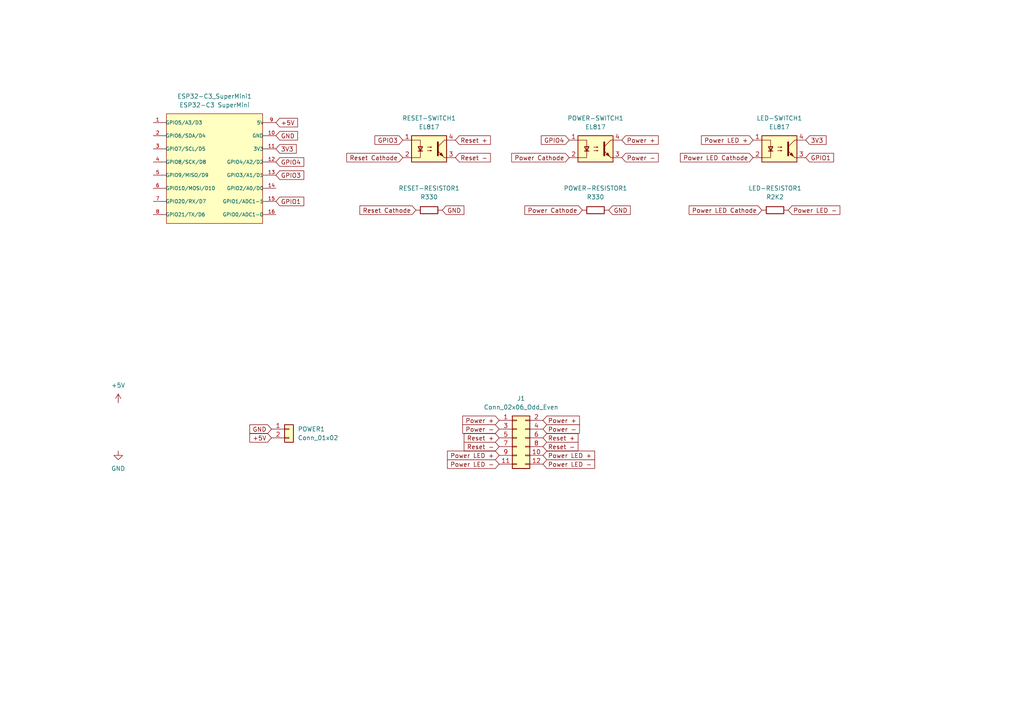
<source format=kicad_sch>
(kicad_sch (version 20230121) (generator eeschema)
  (paper "A4")
  (title_block (title "PC-Power-Control") (date "2024-02-01") (rev "1.0") (company "TESIK"))
  (lib_symbols
    (symbol "Connector_Generic:Conn_01x02" (pin_names (offset 1.016) hide)
      (property "Reference" "J" (at 0 2.54 0))
      (property "Value" "Conn_01x02" (at 0 -5.08 0))
      (symbol "Conn_01x02_1_1"
        (rectangle (start -1.27 -2.413) (end 0 -2.667) (stroke (width 0.1524)))
        (rectangle (start -1.27 0.127) (end 0 -0.127) (stroke (width 0.1524)))
        (rectangle (start -1.27 1.27) (end 1.27 -3.81) (stroke (width 0.254)) (fill (type background)))
        (pin passive line (at -5.08 0 0) (length 3.81) (name "Pin_1") (number "1"))
        (pin passive line (at -5.08 -2.54 0) (length 3.81) (name "Pin_2") (number "2"))
      )
    )
    (symbol "Connector_Generic:Conn_02x06_Odd_Even" (pin_names (offset 1.016) hide)
      (property "Reference" "J" (at 1.27 7.62 0))
      (property "Value" "Conn_02x06_Odd_Even" (at 1.27 -10.16 0))
      (symbol "Conn_02x06_Odd_Even_1_1"
        (rectangle (start -1.27 -7.493) (end 0 -7.747) (stroke (width 0.1524)))
        (rectangle (start -1.27 -4.953) (end 0 -5.207) (stroke (width 0.1524)))
        (rectangle (start -1.27 -2.413) (end 0 -2.667) (stroke (width 0.1524)))
        (rectangle (start -1.27 0.127) (end 0 -0.127) (stroke (width 0.1524)))
        (rectangle (start -1.27 2.667) (end 0 2.413) (stroke (width 0.1524)))
        (rectangle (start -1.27 5.207) (end 0 4.953) (stroke (width 0.1524)))
        (rectangle (start -1.27 6.35) (end 3.81 -8.89) (stroke (width 0.254)) (fill (type background)))
        (rectangle (start 3.81 -7.493) (end 2.54 -7.747) (stroke (width 0.1524)))
        (rectangle (start 3.81 -4.953) (end 2.54 -5.207) (stroke (width 0.1524)))
        (rectangle (start 3.81 -2.413) (end 2.54 -2.667) (stroke (width 0.1524)))
        (rectangle (start 3.81 0.127) (end 2.54 -0.127) (stroke (width 0.1524)))
        (rectangle (start 3.81 2.667) (end 2.54 2.413) (stroke (width 0.1524)))
        (rectangle (start 3.81 5.207) (end 2.54 4.953) (stroke (width 0.1524)))
        (pin passive line (at -5.08 5.08 0) (length 3.81) (name "Pin_1") (number "1"))
        (pin passive line (at 7.62 -5.08 180) (length 3.81) (name "Pin_10") (number "10"))
        (pin passive line (at -5.08 -7.62 0) (length 3.81) (name "Pin_11") (number "11"))
        (pin passive line (at 7.62 -7.62 180) (length 3.81) (name "Pin_12") (number "12"))
        (pin passive line (at 7.62 5.08 180) (length 3.81) (name "Pin_2") (number "2"))
        (pin passive line (at -5.08 2.54 0) (length 3.81) (name "Pin_3") (number "3"))
        (pin passive line (at 7.62 2.54 180) (length 3.81) (name "Pin_4") (number "4"))
        (pin passive line (at -5.08 0 0) (length 3.81) (name "Pin_5") (number "5"))
        (pin passive line (at 7.62 0 180) (length 3.81) (name "Pin_6") (number "6"))
        (pin passive line (at -5.08 -2.54 0) (length 3.81) (name "Pin_7") (number "7"))
        (pin passive line (at 7.62 -2.54 180) (length 3.81) (name "Pin_8") (number "8"))
        (pin passive line (at -5.08 -5.08 0) (length 3.81) (name "Pin_9") (number "9"))
      )
    )
    (symbol "Device:R" (pin_numbers hide) (pin_names (offset 0))
      (property "Reference" "R" (at 2.032 0 90))
      (property "Value" "R" (at 0 0 90))
      (symbol "R_0_1"
        (rectangle (start -1.016 -2.54) (end 1.016 2.54) (stroke (width 0.254)))
      )
      (symbol "R_1_1"
        (pin passive line (at 0 3.81 270) (length 1.27) (name "~") (number "1"))
        (pin passive line (at 0 -3.81 90) (length 1.27) (name "~") (number "2"))
      )
    )
    (symbol "Isolator:EL817" (pin_names (offset 1.016))
      (property "Reference" "U" (at -5.08 5.08 0))
      (property "Value" "EL817" (at 0 5.08 0))
      (symbol "EL817_0_1"
        (rectangle (start -5.08 3.81) (end 5.08 -3.81) (stroke (width 0.254)) (fill (type background)))
        (polyline (pts (xy -3.175 -0.635) (xy -1.905 -0.635)) (stroke (width 0.254)))
        (polyline (pts (xy 2.54 0.635) (xy 4.445 2.54)))
        (polyline (pts (xy 4.445 -2.54) (xy 2.54 -0.635)) (fill (type outline)))
        (polyline (pts (xy 4.445 -2.54) (xy 5.08 -2.54)))
        (polyline (pts (xy 4.445 2.54) (xy 5.08 2.54)))
        (polyline (pts (xy -5.08 2.54) (xy -2.54 2.54) (xy -2.54 -0.635)))
        (polyline (pts (xy -2.54 -0.635) (xy -2.54 -2.54) (xy -5.08 -2.54)))
        (polyline (pts (xy 2.54 1.905) (xy 2.54 -1.905) (xy 2.54 -1.905)) (stroke (width 0.508)))
        (polyline (pts (xy -2.54 -0.635) (xy -3.175 0.635) (xy -1.905 0.635) (xy -2.54 -0.635)) (stroke (width 0.254)))
        (polyline (pts (xy -0.508 -0.508) (xy 0.762 -0.508) (xy 0.381 -0.635) (xy 0.381 -0.381) (xy 0.762 -0.508)))
        (polyline (pts (xy -0.508 0.508) (xy 0.762 0.508) (xy 0.381 0.381) (xy 0.381 0.635) (xy 0.762 0.508)))
        (polyline (pts (xy 3.048 -1.651) (xy 3.556 -1.143) (xy 4.064 -2.159) (xy 3.048 -1.651) (xy 3.048 -1.651)) (fill (type outline)))
      )
      (symbol "EL817_1_1"
        (pin passive line (at -7.62 2.54 0) (length 2.54) (name "~") (number "1"))
        (pin passive line (at -7.62 -2.54 0) (length 2.54) (name "~") (number "2"))
        (pin passive line (at 7.62 -2.54 180) (length 2.54) (name "~") (number "3"))
        (pin passive line (at 7.62 2.54 180) (length 2.54) (name "~") (number "4"))
      )
    )
    (symbol "_jendova:ESP32-C3 SuperMini" (pin_names (offset 1.016))
      (property "Reference" "U" (at -21.59 15.24 0))
      (property "Value" "ESP32-C3 SuperMini" (at -13.97 15.24 0))
      (symbol "ESP32-C3 SuperMini_0_0"
        (polyline (pts (xy -13.97 -13.97) (xy -15.24 -13.97)) (stroke (width 0.1524)))
        (polyline (pts (xy -13.97 -10.16) (xy -15.24 -10.16)) (stroke (width 0.1524)))
        (polyline (pts (xy -13.97 -6.35) (xy -15.24 -6.35)) (stroke (width 0.1524)))
        (polyline (pts (xy -13.97 -2.54) (xy -15.24 -2.54)) (stroke (width 0.1524)))
        (polyline (pts (xy -13.97 1.27) (xy -15.24 1.27)) (stroke (width 0.1524)))
        (polyline (pts (xy -13.97 5.08) (xy -15.24 5.08)) (stroke (width 0.1524)))
        (polyline (pts (xy -13.97 8.89) (xy -15.24 8.89)) (stroke (width 0.1524)))
        (polyline (pts (xy -13.97 12.7) (xy -15.24 12.7)) (stroke (width 0.1524)))
        (polyline (pts (xy 15.24 -13.97) (xy 13.97 -13.97)) (stroke (width 0.1524)))
        (polyline (pts (xy 15.24 -10.16) (xy 13.97 -10.16)) (stroke (width 0.1524)))
        (polyline (pts (xy 15.24 -6.35) (xy 13.97 -6.35)) (stroke (width 0.1524)))
        (polyline (pts (xy 15.24 -2.54) (xy 13.97 -2.54)) (stroke (width 0.1524)))
        (polyline (pts (xy 15.24 1.27) (xy 13.97 1.27)) (stroke (width 0.1524)))
        (polyline (pts (xy 15.24 5.08) (xy 13.97 5.08)) (stroke (width 0.1524)))
        (polyline (pts (xy 15.24 8.89) (xy 13.97 8.89)) (stroke (width 0.1524)))
        (polyline (pts (xy 15.24 12.7) (xy 13.97 12.7)) (stroke (width 0.1524)))
        (rectangle (start 13.97 -16.51) (end 13.97 -16.51))
      )
      (symbol "ESP32-C3 SuperMini_1_0"
        (rectangle (start -13.97 15.24) (end 13.97 -16.51) (fill (type background)))
        (pin bidirectional line (at -17.78 12.7 0) (length 2.54) (name "GPIO5/A3/D3") (number "1"))
        (pin bidirectional line (at 17.78 8.89 180) (length 2.54) (name "GND") (number "10"))
        (pin output line (at 17.78 5.08 180) (length 2.54) (name "3V3") (number "11"))
        (pin bidirectional line (at 17.78 1.27 180) (length 2.54) (name "GPIO4/A2/D2") (number "12"))
        (pin bidirectional line (at 17.78 -2.54 180) (length 2.54) (name "GPIO3/A1/D1") (number "13"))
        (pin bidirectional line (at 17.78 -6.35 180) (length 2.54) (name "GPIO2/A0/D0") (number "14"))
        (pin bidirectional line (at 17.78 -10.16 180) (length 2.54) (name "GPIO1/ADC1-1") (number "15"))
        (pin bidirectional line (at 17.78 -13.97 180) (length 2.54) (name "GPIO0/ADC1-0") (number "16"))
        (pin bidirectional line (at -17.78 8.89 0) (length 2.54) (name "GPIO6/SDA/D4") (number "2"))
        (pin bidirectional line (at -17.78 5.08 0) (length 2.54) (name "GPIO7/SCL/D5") (number "3"))
        (pin bidirectional line (at -17.78 1.27 0) (length 2.54) (name "GPIO8/SCK/D8") (number "4"))
        (pin bidirectional line (at -17.78 -2.54 0) (length 2.54) (name "GPIO9/MISO/D9") (number "5"))
        (pin bidirectional line (at -17.78 -6.35 0) (length 2.54) (name "GPIO10/MOSI/D10") (number "6"))
        (pin bidirectional line (at -17.78 -10.16 0) (length 2.54) (name "GPIO20/RX/D7") (number "7"))
        (pin bidirectional line (at -17.78 -13.97 0) (length 2.54) (name "GPIO21/TX/D6") (number "8"))
        (pin input line (at 17.78 12.7 180) (length 2.54) (name "5V") (number "9"))
      )
    )
    (symbol "power:+5V" (power) (pin_names (offset 0))
      (property "Value" "+5V" (at 0 3.556 0))
      (symbol "+5V_0_1"
        (polyline (pts (xy -0.762 1.27) (xy 0 2.54)))
        (polyline (pts (xy 0 0) (xy 0 2.54)))
        (polyline (pts (xy 0 2.54) (xy 0.762 1.27)))
      )
      (symbol "+5V_1_1"
        (pin power_in line (at 0 0 90) (length 0) hide (name "+5V") (number "1"))
      )
    )
    (symbol "power:GND" (power) (pin_names (offset 0))
      (property "Value" "GND" (at 0 -3.81 0))
      (symbol "GND_0_1"
        (polyline (pts (xy 0 0) (xy 0 -1.27) (xy 1.27 -1.27) (xy 0 -2.54) (xy -1.27 -1.27) (xy 0 -1.27)))
      )
      (symbol "GND_1_1"
        (pin power_in line (at 0 0 270) (length 0) hide (name "GND") (number "1"))
      )
    )
  )
  (global_label "Reset +" (shape input) (at 157.48 127 0) (property "Intersheetrefs" "${INTERSHEET_REFS}" (effects hide)))
  (global_label "Reset -" (shape input) (at 144.78 129.54 180) (property "Intersheetrefs" "${INTERSHEET_REFS}" (effects hide)))
  (global_label "GPIO4" (shape input) (at 165.1 40.64 180) (property "Intersheetrefs" "${INTERSHEET_REFS}" (effects hide)))
  (global_label "Power LED -" (shape input) (at 144.78 134.62 180) (property "Intersheetrefs" "${INTERSHEET_REFS}" (effects hide)))
  (global_label "Power Cathode" (shape input) (at 168.91 60.96 180) (property "Intersheetrefs" "${INTERSHEET_REFS}" (effects hide)))
  (global_label "GPIO3" (shape input) (at 116.84 40.64 180) (property "Intersheetrefs" "${INTERSHEET_REFS}" (effects hide)))
  (global_label "Power LED +" (shape input) (at 144.78 132.08 180) (property "Intersheetrefs" "${INTERSHEET_REFS}" (effects hide)))
  (global_label "Power LED +" (shape input) (at 157.48 132.08 0) (property "Intersheetrefs" "${INTERSHEET_REFS}" (effects hide)))
  (global_label "+5V" (shape input) (at 80.01 35.56 0) (property "Intersheetrefs" "${INTERSHEET_REFS}" (effects hide)))
  (global_label "Power +" (shape input) (at 144.78 121.92 180) (property "Intersheetrefs" "${INTERSHEET_REFS}" (effects hide)))
  (global_label "Reset +" (shape input) (at 132.08 40.64 0) (property "Intersheetrefs" "${INTERSHEET_REFS}" (effects hide)))
  (global_label "Power -" (shape input) (at 180.34 45.72 0) (property "Intersheetrefs" "${INTERSHEET_REFS}" (effects hide)))
  (global_label "GPIO4" (shape input) (at 80.01 46.99 0) (property "Intersheetrefs" "${INTERSHEET_REFS}" (effects hide)))
  (global_label "Power +" (shape input) (at 180.34 40.64 0) (property "Intersheetrefs" "${INTERSHEET_REFS}" (effects hide)))
  (global_label "GND" (shape input) (at 128.27 60.96 0) (property "Intersheetrefs" "${INTERSHEET_REFS}" (effects hide)))
  (global_label "Reset Cathode" (shape input) (at 116.84 45.72 180) (property "Intersheetrefs" "${INTERSHEET_REFS}" (effects hide)))
  (global_label "Power -" (shape input) (at 144.78 124.46 180) (property "Intersheetrefs" "${INTERSHEET_REFS}" (effects hide)))
  (global_label "Power LED -" (shape input) (at 157.48 134.62 0) (property "Intersheetrefs" "${INTERSHEET_REFS}" (effects hide)))
  (global_label "GPIO1" (shape input) (at 233.68 45.72 0) (property "Intersheetrefs" "${INTERSHEET_REFS}" (effects hide)))
  (global_label "Reset -" (shape input) (at 132.08 45.72 0) (property "Intersheetrefs" "${INTERSHEET_REFS}" (effects hide)))
  (global_label "GPIO3" (shape input) (at 80.01 50.8 0) (property "Intersheetrefs" "${INTERSHEET_REFS}" (effects hide)))
  (global_label "Reset +" (shape input) (at 144.78 127 180) (property "Intersheetrefs" "${INTERSHEET_REFS}" (effects hide)))
  (global_label "Power Cathode" (shape input) (at 165.1 45.72 180) (property "Intersheetrefs" "${INTERSHEET_REFS}" (effects hide)))
  (global_label "Power LED Cathode" (shape input) (at 220.98 60.96 180) (property "Intersheetrefs" "${INTERSHEET_REFS}" (effects hide)))
  (global_label "Power -" (shape input) (at 157.48 124.46 0) (property "Intersheetrefs" "${INTERSHEET_REFS}" (effects hide)))
  (global_label "Reset Cathode" (shape input) (at 120.65 60.96 180) (property "Intersheetrefs" "${INTERSHEET_REFS}" (effects hide)))
  (global_label "Power +" (shape input) (at 157.48 121.92 0) (property "Intersheetrefs" "${INTERSHEET_REFS}" (effects hide)))
  (global_label "GND" (shape input) (at 78.74 124.46 180) (property "Intersheetrefs" "${INTERSHEET_REFS}" (effects hide)))
  (global_label "GND" (shape input) (at 80.01 39.37 0) (property "Intersheetrefs" "${INTERSHEET_REFS}" (effects hide)))
  (global_label "GND" (shape input) (at 176.53 60.96 0) (property "Intersheetrefs" "${INTERSHEET_REFS}" (effects hide)))
  (global_label "Power LED +" (shape input) (at 218.44 40.64 180) (property "Intersheetrefs" "${INTERSHEET_REFS}" (effects hide)))
  (global_label "+5V" (shape input) (at 78.74 127 180) (property "Intersheetrefs" "${INTERSHEET_REFS}" (effects hide)))
  (global_label "3V3" (shape input) (at 233.68 40.64 0) (property "Intersheetrefs" "${INTERSHEET_REFS}" (effects hide)))
  (global_label "3V3" (shape input) (at 80.01 43.18 0) (property "Intersheetrefs" "${INTERSHEET_REFS}" (effects hide)))
  (global_label "Power LED Cathode" (shape input) (at 218.44 45.72 180) (property "Intersheetrefs" "${INTERSHEET_REFS}" (effects hide)))
  (global_label "Power LED -" (shape input) (at 228.6 60.96 0) (property "Intersheetrefs" "${INTERSHEET_REFS}" (effects hide)))
  (global_label "GPIO1" (shape input) (at 80.01 58.42 0) (property "Intersheetrefs" "${INTERSHEET_REFS}" (effects hide)))
  (global_label "Reset -" (shape input) (at 157.48 129.54 0) (property "Intersheetrefs" "${INTERSHEET_REFS}" (effects hide)))
  (symbol (lib_id "Device:R") (at 224.79 60.96 90) (unit 1)
    (property "Reference" "LED-RESISTOR1" (at 224.79 54.61 90))
    (property "Value" "R2K2" (at 224.79 57.15 90))
    (property "Footprint" "Resistor_SMD:R_0805_2012Metric_Pad1.20x1.40mm_HandSolder" (effects hide))
  )
  (symbol (lib_id "Isolator:EL817") (at 124.46 43.18 0) (unit 1)
    (property "Reference" "RESET-SWITCH1" (at 124.46 34.29 0))
    (property "Value" "EL817" (at 124.46 36.83 0))
    (property "Footprint" "_jendova:SOT254P975X400-4N" (effects hide))
    (property "Datasheet" "http://www.everlight.com/file/ProductFile/EL817.pdf" (effects hide))
  )
  (symbol (lib_id "_jendova:ESP32-C3 SuperMini") (at 62.23 48.26 0) (unit 1)
    (property "Reference" "ESP32-C3_SuperMini1" (at 62.23 27.94 0))
    (property "Value" "ESP32-C3 SuperMini" (at 62.23 30.48 0))
    (property "Footprint" "_jendova:ESP3C3_supermini_COMBI" (effects hide))
  )
  (symbol (lib_id "Connector_Generic:Conn_01x02") (at 83.82 124.46 0) (unit 1)
    (property "Reference" "POWER1" (at 86.36 124.46 0) (effects (justify left)))
    (property "Value" "Conn_01x02" (at 86.36 127 0) (effects (justify left)))
    (property "Footprint" "Connector_JST:JST_XH_B2B-XH-A_1x02_P2.50mm_Vertical" (effects hide))
  )
  (symbol (lib_id "power:+5V") (at 34.29 116.84 0) (unit 1)
    (property "Reference" "#PWR01" (effects hide))
    (property "Value" "+5V" (at 34.29 111.76 0))
  )
  (symbol (lib_id "Connector_Generic:Conn_02x06_Odd_Even") (at 149.86 127 0) (unit 1)
    (property "Reference" "J1" (at 151.13 115.57 0))
    (property "Value" "Conn_02x06_Odd_Even" (at 151.13 118.11 0))
    (property "Footprint" "Connector_PinHeader_2.54mm:PinHeader_2x06_P2.54mm_Vertical" (effects hide))
  )
  (symbol (lib_id "Device:R") (at 172.72 60.96 90) (unit 1)
    (property "Reference" "POWER-RESISTOR1" (at 172.72 54.61 90))
    (property "Value" "R330" (at 172.72 57.15 90))
    (property "Footprint" "Resistor_SMD:R_0805_2012Metric_Pad1.20x1.40mm_HandSolder" (effects hide))
  )
  (symbol (lib_id "Isolator:EL817") (at 172.72 43.18 0) (unit 1)
    (property "Reference" "POWER-SWITCH1" (at 172.72 34.29 0))
    (property "Value" "EL817" (at 172.72 36.83 0))
    (property "Footprint" "_jendova:SOT254P975X400-4N" (effects hide))
    (property "Datasheet" "http://www.everlight.com/file/ProductFile/EL817.pdf" (effects hide))
  )
  (symbol (lib_id "Isolator:EL817") (at 226.06 43.18 0) (unit 1)
    (property "Reference" "LED-SWITCH1" (at 226.06 34.29 0))
    (property "Value" "EL817" (at 226.06 36.83 0))
    (property "Footprint" "_jendova:SOT254P975X400-4N" (effects hide))
    (property "Datasheet" "http://www.everlight.com/file/ProductFile/EL817.pdf" (effects hide))
  )
  (symbol (lib_id "Device:R") (at 124.46 60.96 90) (unit 1)
    (property "Reference" "RESET-RESISTOR1" (at 124.46 54.61 90))
    (property "Value" "R330" (at 124.46 57.15 90))
    (property "Footprint" "Resistor_SMD:R_0805_2012Metric_Pad1.20x1.40mm_HandSolder" (effects hide))
  )
  (symbol (lib_id "power:GND") (at 34.29 130.81 0) (unit 1)
    (property "Reference" "#PWR02" (effects hide))
    (property "Value" "GND" (at 34.29 135.89 0))
  )
)
</source>
